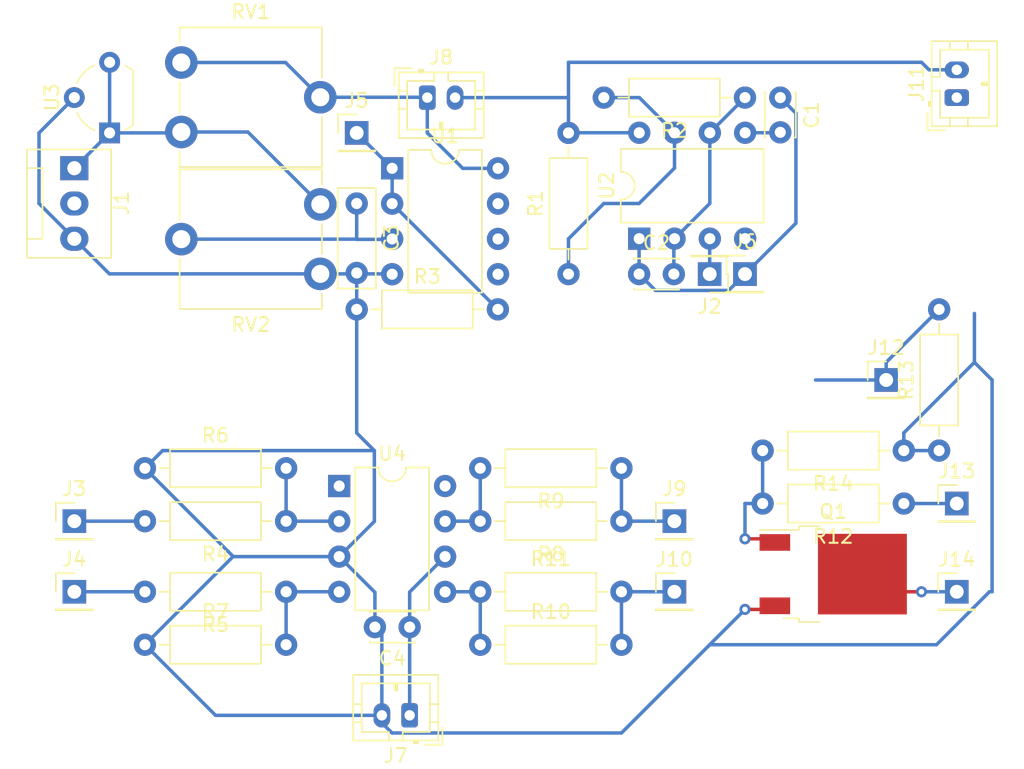
<source format=kicad_pcb>
(kicad_pcb (version 20211014) (generator pcbnew)
  (layers (0 "F.Cu" signal) (31 "B.Cu" signal) (34 "B.Paste" user) (35 "F.Paste" user) (36 "B.SilkS" user "B.Silkscreen") (37 "F.SilkS" user "F.Silkscreen") (38 "B.Mask" user) (39 "F.Mask" user) (44 "Edge.Cuts" user))
  (net 0 "")
  (net 1 "+3V3")
  (net 2 "GND")
  (net 3 "Net-(C2-Pad2)")
  (net 4 "VCC")
  (net 5 "+5V")
  (net 6 "Net-(J4-Pad1)")
  (net 7 "Net-(J5-Pad1)")
  (net 8 "Net-(J9-Pad1)")
  (net 9 "Net-(J10-Pad1)")
  (net 10 "Net-(J13-Pad1)")
  (net 11 "Net-(J14-Pad1)")
  (net 12 "Net-(Q1-Pad1)")
  (net 13 "Net-(R1-Pad1)")
  (net 14 "Net-(R4-Pad1)")
  (net 15 "Net-(R8-Pad2)")
  (net 16 "Net-(R10-Pad1)")
  (net 23 "Net-(C1-Pad2)")
  (net 24 "Net-(C3-Pad1)")
  (net 25 "Net-(J1-Pad1)")
  (net 27 "Net-(J2-Pad1)")
  (net 28 "Net-(J3-Pad1)")
  (net 29 "Net-(J11-Pad1)")
  (net 30 "Net-(R5-Pad1)")
  (footprint "Resistor_THT:R_Axial_DIN0207_L6.3mm_D2.5mm_P10.16mm_Horizontal" (layer "F.Cu") (at 99.06 69.85 180)
    (fp_text reference "R12" (at 5.08 -2.37) (layer "F.SilkS"))
    (fp_text value "470")
    (pad "1" thru_hole circle (at 0 0 180) (size 1.6 1.6) (drill 0.8) (layers *.Cu *.Mask) (net 10 "Net-(J13-Pad1)"))
    (pad "2" thru_hole oval (at 10.16 0 180) (size 1.6 1.6) (drill 0.8) (layers *.Cu *.Mask) (net 12 "Net-(Q1-Pad1)"))
  )
  (footprint "Connector_PinHeader_2.54mm:PinHeader_1x01_P2.54mm_Vertical" (layer "F.Cu") (at 82.55 71.12)
    (fp_text reference "J9" (at 0 -2.33) (layer "F.SilkS"))
    (fp_text value "Conn_FET_A")
    (pad "1" thru_hole rect (at 0 0) (size 1.7 1.7) (drill 1) (layers *.Cu *.Mask) (net 8 "Net-(J9-Pad1)"))
  )
  (footprint "Resistor_THT:R_Axial_DIN0207_L6.3mm_D2.5mm_P10.16mm_Horizontal" (layer "F.Cu") (at 78.74 71.12 180)
    (fp_text reference "R8" (at 5.08 -2.37) (layer "F.SilkS"))
    (fp_text value "10")
    (pad "1" thru_hole circle (at 0 0 180) (size 1.6 1.6) (drill 0.8) (layers *.Cu *.Mask) (net 8 "Net-(J9-Pad1)"))
    (pad "2" thru_hole oval (at 10.16 0 180) (size 1.6 1.6) (drill 0.8) (layers *.Cu *.Mask) (net 15 "Net-(R8-Pad2)"))
  )
  (footprint "Resistor_THT:R_Axial_DIN0207_L6.3mm_D2.5mm_P10.16mm_Horizontal" (layer "F.Cu") (at 74.93 53.34 90)
    (fp_text reference "R1" (at 5.08 -2.37 90) (layer "F.SilkS"))
    (fp_text value "1K")
    (pad "1" thru_hole circle (at 0 0 90) (size 1.6 1.6) (drill 0.8) (layers *.Cu *.Mask) (net 13 "Net-(R1-Pad1)"))
    (pad "2" thru_hole oval (at 10.16 0 90) (size 1.6 1.6) (drill 0.8) (layers *.Cu *.Mask) (net 5 "+5V"))
  )
  (footprint "Connector_JST:JST_PH_B2B-PH-K_1x02_P2.00mm_Vertical" (layer "F.Cu") (at 63.5 85.09 180)
    (fp_text reference "J7" (at 1 -2.9) (layer "F.SilkS"))
    (fp_text value "CONN_VCC")
    (pad "1" thru_hole roundrect (at 0 0 180) (size 1.2 1.75) (drill 0.75) (layers *.Cu *.Mask) (roundrect_rratio 0.208333) (net 4 "VCC"))
    (pad "2" thru_hole oval (at 2 0 180) (size 1.2 1.75) (drill 0.75) (layers *.Cu *.Mask) (net 2 "GND"))
  )
  (footprint "Resistor_THT:R_Axial_DIN0207_L6.3mm_D2.5mm_P10.16mm_Horizontal" (layer "F.Cu") (at 78.74 67.31 180)
    (fp_text reference "R9" (at 5.08 -2.37) (layer "F.SilkS"))
    (fp_text value "10")
    (pad "1" thru_hole circle (at 0 0 180) (size 1.6 1.6) (drill 0.8) (layers *.Cu *.Mask) (net 8 "Net-(J9-Pad1)"))
    (pad "2" thru_hole oval (at 10.16 0 180) (size 1.6 1.6) (drill 0.8) (layers *.Cu *.Mask) (net 15 "Net-(R8-Pad2)"))
  )
  (footprint "Connector_JST:JST_PH_B2B-PH-K_1x02_P2.00mm_Vertical" (layer "F.Cu") (at 64.77 40.64)
    (fp_text reference "J8" (at 1 -2.9) (layer "F.SilkS"))
    (fp_text value "CONN_V3V5")
    (pad "1" thru_hole roundrect (at 0 0) (size 1.2 1.75) (drill 0.75) (layers *.Cu *.Mask) (roundrect_rratio 0.208333) (net 1 "+3V3"))
    (pad "2" thru_hole oval (at 2 0) (size 1.2 1.75) (drill 0.75) (layers *.Cu *.Mask) (net 5 "+5V"))
  )
  (footprint "Connector_PinHeader_2.54mm:PinHeader_1x01_P2.54mm_Vertical" (layer "F.Cu") (at 102.87 69.85)
    (fp_text reference "J13" (at 0 -2.33) (layer "F.SilkS"))
    (fp_text value "REV_CTRL")
    (pad "1" thru_hole rect (at 0 0) (size 1.7 1.7) (drill 1) (layers *.Cu *.Mask) (net 10 "Net-(J13-Pad1)"))
  )
  (footprint "Connector_PinHeader_2.54mm:PinHeader_1x01_P2.54mm_Vertical" (layer "F.Cu") (at 87.63 53.34)
    (fp_text reference "J6" (at 0 -2.33) (layer "F.SilkS"))
    (fp_text value "Conn_GND")
    (pad "1" thru_hole rect (at 0 0) (size 1.7 1.7) (drill 1) (layers *.Cu *.Mask) (net 2 "GND"))
  )
  (footprint "Resistor_THT:R_Axial_DIN0207_L6.3mm_D2.5mm_P10.16mm_Horizontal" (layer "F.Cu") (at 54.61 71.12 180)
    (fp_text reference "R4" (at 5.08 -2.37) (layer "F.SilkS"))
    (fp_text value "330")
    (pad "1" thru_hole circle (at 0 0 180) (size 1.6 1.6) (drill 0.8) (layers *.Cu *.Mask) (net 14 "Net-(R4-Pad1)"))
    (pad "2" thru_hole oval (at 10.16 0 180) (size 1.6 1.6) (drill 0.8) (layers *.Cu *.Mask) (net 28 "Net-(J3-Pad1)"))
  )
  (footprint "Connector_PinHeader_2.54mm:PinHeader_1x01_P2.54mm_Vertical" (layer "F.Cu") (at 97.79 60.96)
    (fp_text reference "J12" (at 0 -2.33) (layer "F.SilkS"))
    (fp_text value "REV_SENS")
    (pad "1" thru_hole rect (at 0 0) (size 1.7 1.7) (drill 1) (layers *.Cu *.Mask) (net 29 "Net-(J11-Pad1)"))
  )
  (footprint "Connector_PinHeader_2.54mm:PinHeader_1x01_P2.54mm_Vertical" (layer "F.Cu") (at 85.09 53.34 180)
    (fp_text reference "J2" (at 0 -2.33) (layer "F.SilkS"))
    (fp_text value "GEN")
    (pad "1" thru_hole rect (at 0 0 180) (size 1.7 1.7) (drill 1) (layers *.Cu *.Mask) (net 27 "Net-(J2-Pad1)"))
  )
  (footprint "Capacitor_THT:C_Disc_D3.0mm_W2.0mm_P2.50mm" (layer "F.Cu") (at 80.01 53.34)
    (fp_text reference "C2" (at 1.25 -2.25) (layer "F.SilkS"))
    (fp_text value "6.8n")
    (pad "1" thru_hole circle (at 0 0) (size 1.6 1.6) (drill 0.8) (layers *.Cu *.Mask) (net 2 "GND"))
    (pad "2" thru_hole circle (at 2.5 0) (size 1.6 1.6) (drill 0.8) (layers *.Cu *.Mask) (net 3 "Net-(C2-Pad2)"))
  )
  (footprint "Capacitor_THT:C_Disc_D3.0mm_W2.0mm_P2.50mm" (layer "F.Cu") (at 90.17 40.64 -90)
    (fp_text reference "C1" (at 1.25 -2.25 90) (layer "F.SilkS"))
    (fp_text value "10n")
    (pad "1" thru_hole circle (at 0 0 270) (size 1.6 1.6) (drill 0.8) (layers *.Cu *.Mask) (net 2 "GND"))
    (pad "2" thru_hole circle (at 2.5 0 270) (size 1.6 1.6) (drill 0.8) (layers *.Cu *.Mask) (net 23 "Net-(C1-Pad2)"))
  )
  (footprint "Connector_PinHeader_2.54mm:PinHeader_1x01_P2.54mm_Vertical" (layer "F.Cu") (at 39.37 71.12)
    (fp_text reference "J3" (at 0 -2.33) (layer "F.SilkS"))
    (fp_text value "PWM_A")
    (pad "1" thru_hole rect (at 0 0) (size 1.7 1.7) (drill 1) (layers *.Cu *.Mask) (net 28 "Net-(J3-Pad1)"))
  )
  (footprint "Connector_JST:JST_PH_B2B-PH-K_1x02_P2.00mm_Vertical" (layer "F.Cu") (at 102.87 40.64 90)
    (fp_text reference "J11" (at 1 -2.9 90) (layer "F.SilkS"))
    (fp_text value "REV_BTN")
    (pad "1" thru_hole roundrect (at 0 0 90) (size 1.2 1.75) (drill 0.75) (layers *.Cu *.Mask) (roundrect_rratio 0.208333) (net 29 "Net-(J11-Pad1)"))
    (pad "2" thru_hole oval (at 2 0 90) (size 1.2 1.75) (drill 0.75) (layers *.Cu *.Mask) (net 5 "+5V"))
  )
  (footprint "Resistor_THT:R_Axial_DIN0207_L6.3mm_D2.5mm_P10.16mm_Horizontal" (layer "F.Cu") (at 54.61 76.2 180)
    (fp_text reference "R5" (at 5.08 -2.37) (layer "F.SilkS"))
    (fp_text value "330")
    (pad "1" thru_hole circle (at 0 0 180) (size 1.6 1.6) (drill 0.8) (layers *.Cu *.Mask) (net 30 "Net-(R5-Pad1)"))
    (pad "2" thru_hole oval (at 10.16 0 180) (size 1.6 1.6) (drill 0.8) (layers *.Cu *.Mask) (net 6 "Net-(J4-Pad1)"))
  )
  (footprint "Package_TO_SOT_SMD:TO-252-2" (layer "F.Cu") (at 93.98 74.93)
    (fp_text reference "Q1" (at 0 -4.5) (layer "F.SilkS"))
    (fp_text value "IPD50R380CE")
    (pad "1" smd rect (at -4.2 -2.28) (size 2.2 1.2) (layers "F.Cu" "F.Paste" "F.Mask") (net 12 "Net-(Q1-Pad1)"))
    (pad "2" smd rect (at 2.1 0) (size 6.4 5.8) (layers "F.Cu" "F.Mask") (net 11 "Net-(J14-Pad1)"))
    (pad "3" smd rect (at -4.2 2.28) (size 2.2 1.2) (layers "F.Cu" "F.Paste" "F.Mask") (net 2 "GND"))
  )
  (footprint "Package_TO_SOT_THT:TO-92L_Wide" (layer "F.Cu") (at 41.91 43.18 90)
    (fp_text reference "U3" (at 2.55 -4.15 90) (layer "F.SilkS"))
    (fp_text value "TL431LP")
    (pad "1" thru_hole rect (at 0 0 90) (size 1.5 1.5) (drill 0.8) (layers *.Cu *.Mask) (net 25 "Net-(J1-Pad1)"))
    (pad "2" thru_hole circle (at 2.54 -2.54 90) (size 1.5 1.5) (drill 0.8) (layers *.Cu *.Mask) (net 2 "GND"))
    (pad "3" thru_hole circle (at 5.08 0 90) (size 1.5 1.5) (drill 0.8) (layers *.Cu *.Mask) (net 25 "Net-(J1-Pad1)"))
  )
  (footprint "Resistor_THT:R_Axial_DIN0207_L6.3mm_D2.5mm_P10.16mm_Horizontal" (layer "F.Cu") (at 44.45 80.01)
    (fp_text reference "R7" (at 5.08 -2.37) (layer "F.SilkS"))
    (fp_text value "10K")
    (pad "1" thru_hole circle (at 0 0) (size 1.6 1.6) (drill 0.8) (layers *.Cu *.Mask) (net 2 "GND"))
    (pad "2" thru_hole oval (at 10.16 0) (size 1.6 1.6) (drill 0.8) (layers *.Cu *.Mask) (net 30 "Net-(R5-Pad1)"))
  )
  (footprint "Resistor_THT:R_Axial_DIN0207_L6.3mm_D2.5mm_P10.16mm_Horizontal" (layer "F.Cu") (at 101.6 66.04 90)
    (fp_text reference "R13" (at 5.08 -2.37 90) (layer "F.SilkS"))
    (fp_text value "10K")
    (pad "1" thru_hole circle (at 0 0 90) (size 1.6 1.6) (drill 0.8) (layers *.Cu *.Mask) (net 2 "GND"))
    (pad "2" thru_hole oval (at 10.16 0 90) (size 1.6 1.6) (drill 0.8) (layers *.Cu *.Mask) (net 29 "Net-(J11-Pad1)"))
  )
  (footprint "Capacitor_THT:C_Disc_D7.0mm_W2.5mm_P5.00mm" (layer "F.Cu") (at 59.69 48.26 -90)
    (fp_text reference "C3" (at 2.5 -2.5 -90) (layer "F.SilkS"))
    (fp_text value "4.7u")
    (pad "1" thru_hole circle (at 0 0 270) (size 1.6 1.6) (drill 0.8) (layers *.Cu *.Mask) (net 24 "Net-(C3-Pad1)"))
    (pad "2" thru_hole circle (at 5 0 270) (size 1.6 1.6) (drill 0.8) (layers *.Cu *.Mask) (net 2 "GND"))
  )
  (footprint "Resistor_THT:R_Axial_DIN0207_L6.3mm_D2.5mm_P10.16mm_Horizontal" (layer "F.Cu") (at 68.58 80.01)
    (fp_text reference "R10" (at 5.08 -2.37) (layer "F.SilkS"))
    (fp_text value "10")
    (pad "1" thru_hole circle (at 0 0) (size 1.6 1.6) (drill 0.8) (layers *.Cu *.Mask) (net 16 "Net-(R10-Pad1)"))
    (pad "2" thru_hole oval (at 10.16 0) (size 1.6 1.6) (drill 0.8) (layers *.Cu *.Mask) (net 9 "Net-(J10-Pad1)"))
  )
  (footprint "Package_DIP:DIP-8_W7.62mm" (layer "F.Cu") (at 62.24 45.73)
    (fp_text reference "U1" (at 3.81 -2.33) (layer "F.SilkS"))
    (fp_text value "LM358")
    (pad "1" thru_hole rect (at 0 0) (size 1.6 1.6) (drill 0.8) (layers *.Cu *.Mask) (net 7 "Net-(J5-Pad1)"))
    (pad "2" thru_hole oval (at 0 2.54) (size 1.6 1.6) (drill 0.8) (layers *.Cu *.Mask) (net 7 "Net-(J5-Pad1)"))
    (pad "3" thru_hole oval (at 0 5.08) (size 1.6 1.6) (drill 0.8) (layers *.Cu *.Mask) (net 24 "Net-(C3-Pad1)"))
    (pad "4" thru_hole oval (at 0 7.62) (size 1.6 1.6) (drill 0.8) (layers *.Cu *.Mask) (net 2 "GND"))
    (pad "5" thru_hole oval (at 7.62 7.62) (size 1.6 1.6) (drill 0.8) (layers *.Cu *.Mask))
    (pad "6" thru_hole oval (at 7.62 5.08) (size 1.6 1.6) (drill 0.8) (layers *.Cu *.Mask))
    (pad "7" thru_hole oval (at 7.62 2.54) (size 1.6 1.6) (drill 0.8) (layers *.Cu *.Mask))
    (pad "8" thru_hole oval (at 7.62 0) (size 1.6 1.6) (drill 0.8) (layers *.Cu *.Mask) (net 1 "+3V3"))
  )
  (footprint "Resistor_THT:R_Axial_DIN0207_L6.3mm_D2.5mm_P10.16mm_Horizontal" (layer "F.Cu") (at 99.06 66.04 180)
    (fp_text reference "R14" (at 5.08 -2.37) (layer "F.SilkS"))
    (fp_text value "10K")
    (pad "1" thru_hole circle (at 0 0 180) (size 1.6 1.6) (drill 0.8) (layers *.Cu *.Mask) (net 2 "GND"))
    (pad "2" thru_hole oval (at 10.16 0 180) (size 1.6 1.6) (drill 0.8) (layers *.Cu *.Mask) (net 12 "Net-(Q1-Pad1)"))
  )
  (footprint "Resistor_THT:R_Axial_DIN0207_L6.3mm_D2.5mm_P10.16mm_Horizontal" (layer "F.Cu") (at 59.69 55.88)
    (fp_text reference "R3" (at 5.08 -2.37) (layer "F.SilkS"))
    (fp_text value "1K")
    (pad "1" thru_hole circle (at 0 0) (size 1.6 1.6) (drill 0.8) (layers *.Cu *.Mask) (net 2 "GND"))
    (pad "2" thru_hole oval (at 10.16 0) (size 1.6 1.6) (drill 0.8) (layers *.Cu *.Mask) (net 7 "Net-(J5-Pad1)"))
  )
  (footprint "Connector_PinHeader_2.54mm:PinHeader_1x01_P2.54mm_Vertical" (layer "F.Cu") (at 59.69 43.18)
    (fp_text reference "J5" (at 0 -2.33) (layer "F.SilkS"))
    (fp_text value "ACCEL_SENS")
    (pad "1" thru_hole rect (at 0 0) (size 1.7 1.7) (drill 1) (layers *.Cu *.Mask) (net 7 "Net-(J5-Pad1)"))
  )
  (footprint "Potentiometer_THT:Potentiometer_ACP_CA9-V10_Vertical" (layer "F.Cu") (at 47.07 43.115)
    (fp_text reference "RV1" (at 5 -8.65) (layer "F.SilkS"))
    (fp_text value "5K")
    (pad "1" thru_hole circle (at 0 0) (size 2.34 2.34) (drill 1.3) (layers *.Cu *.Mask) (net 25 "Net-(J1-Pad1)"))
    (pad "2" thru_hole circle (at 10 -2.5) (size 2.34 2.34) (drill 1.3) (layers *.Cu *.Mask) (net 1 "+3V3"))
    (pad "3" thru_hole circle (at 0 -5) (size 2.34 2.34) (drill 1.3) (layers *.Cu *.Mask) (net 1 "+3V3"))
  )
  (footprint "Connector_PinHeader_2.54mm:PinHeader_1x01_P2.54mm_Vertical" (layer "F.Cu") (at 39.37 76.2)
    (fp_text reference "J4" (at 0 -2.33) (layer "F.SilkS"))
    (fp_text value "PWM_B")
    (pad "1" thru_hole rect (at 0 0) (size 1.7 1.7) (drill 1) (layers *.Cu *.Mask) (net 6 "Net-(J4-Pad1)"))
  )
  (footprint "Package_DIP:DIP-8_W7.62mm" (layer "F.Cu") (at 80.02 50.79 90)
    (fp_text reference "U2" (at 3.81 -2.33 90) (layer "F.SilkS"))
    (fp_text value "NE555P")
    (pad "1" thru_hole rect (at 0 0 90) (size 1.6 1.6) (drill 0.8) (layers *.Cu *.Mask) (net 2 "GND"))
    (pad "2" thru_hole oval (at 0 2.54 90) (size 1.6 1.6) (drill 0.8) (layers *.Cu *.Mask) (net 3 "Net-(C2-Pad2)"))
    (pad "3" thru_hole oval (at 0 5.08 90) (size 1.6 1.6) (drill 0.8) (layers *.Cu *.Mask) (net 27 "Net-(J2-Pad1)"))
    (pad "4" thru_hole oval (at 0 7.62 90) (size 1.6 1.6) (drill 0.8) (layers *.Cu *.Mask))
    (pad "5" thru_hole oval (at 7.62 7.62 90) (size 1.6 1.6) (drill 0.8) (layers *.Cu *.Mask) (net 23 "Net-(C1-Pad2)"))
    (pad "6" thru_hole oval (at 7.62 5.08 90) (size 1.6 1.6) (drill 0.8) (layers *.Cu *.Mask) (net 3 "Net-(C2-Pad2)"))
    (pad "7" thru_hole oval (at 7.62 2.54 90) (size 1.6 1.6) (drill 0.8) (layers *.Cu *.Mask) (net 13 "Net-(R1-Pad1)"))
    (pad "8" thru_hole oval (at 7.62 0 90) (size 1.6 1.6) (drill 0.8) (layers *.Cu *.Mask) (net 5 "+5V"))
  )
  (footprint "Connector_PinHeader_2.54mm:PinHeader_1x01_P2.54mm_Vertical" (layer "F.Cu") (at 102.87 76.2)
    (fp_text reference "J14" (at 0 -2.33) (layer "F.SilkS"))
    (fp_text value "REV_ACT")
    (pad "1" thru_hole rect (at 0 0) (size 1.7 1.7) (drill 1) (layers *.Cu *.Mask) (net 11 "Net-(J14-Pad1)"))
  )
  (footprint "Resistor_THT:R_Axial_DIN0207_L6.3mm_D2.5mm_P10.16mm_Horizontal" (layer "F.Cu") (at 68.58 76.2)
    (fp_text reference "R11" (at 5.08 -2.37) (layer "F.SilkS"))
    (fp_text value "10")
    (pad "1" thru_hole circle (at 0 0) (size 1.6 1.6) (drill 0.8) (layers *.Cu *.Mask) (net 16 "Net-(R10-Pad1)"))
    (pad "2" thru_hole oval (at 10.16 0) (size 1.6 1.6) (drill 0.8) (layers *.Cu *.Mask) (net 9 "Net-(J10-Pad1)"))
  )
  (footprint "Capacitor_THT:C_Disc_D3.0mm_W2.0mm_P2.50mm" (layer "F.Cu") (at 63.5 78.74 180)
    (fp_text reference "C4" (at 1.25 -2.25) (layer "F.SilkS"))
    (fp_text value "1u")
    (pad "1" thru_hole circle (at 0 0 180) (size 1.6 1.6) (drill 0.8) (layers *.Cu *.Mask) (net 4 "VCC"))
    (pad "2" thru_hole circle (at 2.5 0 180) (size 1.6 1.6) (drill 0.8) (layers *.Cu *.Mask) (net 2 "GND"))
  )
  (footprint "Package_DIP:DIP-8_W7.62mm" (layer "F.Cu") (at 58.43 68.59)
    (fp_text reference "U4" (at 3.81 -2.33) (layer "F.SilkS"))
    (fp_text value "MIC4427")
    (pad "1" thru_hole rect (at 0 0) (size 1.6 1.6) (drill 0.8) (layers *.Cu *.Mask))
    (pad "2" thru_hole oval (at 0 2.54) (size 1.6 1.6) (drill 0.8) (layers *.Cu *.Mask) (net 14 "Net-(R4-Pad1)"))
    (pad "3" thru_hole oval (at 0 5.08) (size 1.6 1.6) (drill 0.8) (layers *.Cu *.Mask) (net 2 "GND"))
    (pad "4" thru_hole oval (at 0 7.62) (size 1.6 1.6) (drill 0.8) (layers *.Cu *.Mask) (net 30 "Net-(R5-Pad1)"))
    (pad "5" thru_hole oval (at 7.62 7.62) (size 1.6 1.6) (drill 0.8) (layers *.Cu *.Mask) (net 16 "Net-(R10-Pad1)"))
    (pad "6" thru_hole oval (at 7.62 5.08) (size 1.6 1.6) (drill 0.8) (layers *.Cu *.Mask) (net 4 "VCC"))
    (pad "7" thru_hole oval (at 7.62 2.54) (size 1.6 1.6) (drill 0.8) (layers *.Cu *.Mask) (net 15 "Net-(R8-Pad2)"))
    (pad "8" thru_hole oval (at 7.62 0) (size 1.6 1.6) (drill 0.8) (layers *.Cu *.Mask))
  )
  (footprint "Connector:FanPinHeader_1x03_P2.54mm_Vertical" (layer "F.Cu") (at 39.37 45.72 -90)
    (fp_text reference "J1" (at 2.5 -3.4 90) (layer "F.SilkS"))
    (fp_text value "ACCEL_CTRL")
    (pad "1" thru_hole rect (at 0 0) (size 2.03 1.73) (drill 1.02) (layers *.Cu *.Mask) (net 25 "Net-(J1-Pad1)"))
    (pad "2" thru_hole oval (at 2.54 0) (size 2.03 1.73) (drill 1.02) (layers *.Cu *.Mask))
    (pad "3" thru_hole oval (at 5.08 0) (size 2.03 1.73) (drill 1.02) (layers *.Cu *.Mask) (net 2 "GND"))
  )
  (footprint "Connector_PinHeader_2.54mm:PinHeader_1x01_P2.54mm_Vertical" (layer "F.Cu") (at 82.55 76.2)
    (fp_text reference "J10" (at 0 -2.33) (layer "F.SilkS"))
    (fp_text value "Conn_FET_B")
    (pad "1" thru_hole rect (at 0 0) (size 1.7 1.7) (drill 1) (layers *.Cu *.Mask) (net 9 "Net-(J10-Pad1)"))
  )
  (footprint "Resistor_THT:R_Axial_DIN0207_L6.3mm_D2.5mm_P10.16mm_Horizontal" (layer "F.Cu") (at 87.63 40.64 180)
    (fp_text reference "R2" (at 5.08 -2.37) (layer "F.SilkS"))
    (fp_text value "1K")
    (pad "1" thru_hole circle (at 0 0 180) (size 1.6 1.6) (drill 0.8) (layers *.Cu *.Mask) (net 3 "Net-(C2-Pad2)"))
    (pad "2" thru_hole oval (at 10.16 0 180) (size 1.6 1.6) (drill 0.8) (layers *.Cu *.Mask) (net 13 "Net-(R1-Pad1)"))
  )
  (footprint "Resistor_THT:R_Axial_DIN0207_L6.3mm_D2.5mm_P10.16mm_Horizontal" (layer "F.Cu") (at 44.45 67.31)
    (fp_text reference "R6" (at 5.08 -2.37) (layer "F.SilkS"))
    (fp_text value "10K")
    (pad "1" thru_hole circle (at 0 0) (size 1.6 1.6) (drill 0.8) (layers *.Cu *.Mask) (net 2 "GND"))
    (pad "2" thru_hole oval (at 10.16 0) (size 1.6 1.6) (drill 0.8) (layers *.Cu *.Mask) (net 14 "Net-(R4-Pad1)"))
  )
  (footprint "Potentiometer_THT:Potentiometer_ACP_CA9-V10_Vertical" (layer "F.Cu") (at 57.07 48.325 180)
    (fp_text reference "RV2" (at 5 -8.65) (layer "F.SilkS"))
    (fp_text value "20K")
    (pad "1" thru_hole circle (at 0 0 180) (size 2.34 2.34) (drill 1.3) (layers *.Cu *.Mask) (net 25 "Net-(J1-Pad1)"))
    (pad "2" thru_hole circle (at 10 -2.5 180) (size 2.34 2.34) (drill 1.3) (layers *.Cu *.Mask) (net 24 "Net-(C3-Pad1)"))
    (pad "3" thru_hole circle (at 0 -5 180) (size 2.34 2.34) (drill 1.3) (layers *.Cu *.Mask) (net 2 "GND"))
  )
  (segment (start 64.77 40.64) (end 64.77 43.18) (width 0.25) (layer "B.Cu") (net 1))
  (segment (start 64.77 40.64) (end 64.745 40.615) (width 0.25) (layer "B.Cu") (net 1))
  (segment (start 67.32 45.73) (end 69.86 45.73) (width 0.25) (layer "B.Cu") (net 1))
  (segment (start 47.07 38.115) (end 54.57 38.115) (width 0.25) (layer "B.Cu") (net 1))
  (segment (start 54.57 38.115) (end 57.07 40.615) (width 0.25) (layer "B.Cu") (net 1))
  (segment (start 64.77 43.18) (end 67.32 45.73) (width 0.25) (layer "B.Cu") (net 1))
  (segment (start 64.745 40.615) (end 57.07 40.615) (width 0.25) (layer "B.Cu") (net 1))
  (segment (start 87.63 77.47) (end 89.52 77.47) (width 0.25) (layer "F.Cu") (net 2))
  (via (at 87.63 77.47) (size 0.8) (drill 0.4) (layers "F.Cu" "B.Cu") (net 2))
  (segment (start 39.37 50.8) (end 41.895 53.325) (width 0.25) (layer "B.Cu") (net 2))
  (segment (start 59.69 64.77) (end 59.69 55.88) (width 0.25) (layer "B.Cu") (net 2))
  (segment (start 41.895 53.325) (end 57.07 53.325) (width 0.25) (layer "B.Cu") (net 2))
  (segment (start 101.6 66.04) (end 99.06 66.04) (width 0.25) (layer "B.Cu") (net 2))
  (segment (start 61.5 85.63) (end 62.23 86.36) (width 0.25) (layer "B.Cu") (net 2))
  (segment (start 105.41 60.96) (end 104.14 59.69) (width 0.25) (layer "B.Cu") (net 2))
  (segment (start 105.41 76.2) (end 105.41 60.96) (width 0.25) (layer "B.Cu") (net 2))
  (segment (start 91.295 41.765) (end 90.17 40.64) (width 0.25) (layer "B.Cu") (net 2))
  (segment (start 80.01 53.34) (end 81.185 54.515) (width 0.25) (layer "B.Cu") (net 2))
  (segment (start 59.69 55.88) (end 59.69 53.26) (width 0.25) (layer "B.Cu") (net 2))
  (segment (start 101.41 80.01) (end 105.22 76.2) (width 0.25) (layer "B.Cu") (net 2))
  (segment (start 58.43 73.67) (end 61 76.24) (width 0.25) (layer "B.Cu") (net 2))
  (segment (start 44.45 67.31) (end 45.72 66.04) (width 0.25) (layer "B.Cu") (net 2))
  (segment (start 62.215 53.325) (end 62.24 53.35) (width 0.25) (layer "B.Cu") (net 2))
  (segment (start 36.83 48.26) (end 36.83 43.18) (width 0.25) (layer "B.Cu") (net 2))
  (segment (start 60.96 71.14) (end 58.43 73.67) (width 0.25) (layer "B.Cu") (net 2))
  (segment (start 36.83 43.18) (end 39.37 40.64) (width 0.25) (layer "B.Cu") (net 2))
  (segment (start 45.72 66.04) (end 60.96 66.04) (width 0.25) (layer "B.Cu") (net 2))
  (segment (start 81.185 54.515) (end 86.455 54.515) (width 0.25) (layer "B.Cu") (net 2))
  (segment (start 44.45 80.01) (end 49.53 85.09) (width 0.25) (layer "B.Cu") (net 2))
  (segment (start 50.79 73.67) (end 44.45 80.01) (width 0.25) (layer "B.Cu") (net 2))
  (segment (start 80.01 53.34) (end 80.01 50.8) (width 0.25) (layer "B.Cu") (net 2))
  (segment (start 44.45 67.31) (end 50.8 73.66) (width 0.25) (layer "B.Cu") (net 2))
  (segment (start 104.14 59.69) (end 104.14 56.171398) (width 0.25) (layer "B.Cu") (net 2))
  (segment (start 61 76.24) (end 61 78.74) (width 0.25) (layer "B.Cu") (net 2))
  (segment (start 59.675 53.325) (end 62.215 53.325) (width 0.25) (layer "B.Cu") (net 2))
  (segment (start 99.06 66.04) (end 99.06 64.77) (width 0.25) (layer "B.Cu") (net 2))
  (segment (start 57.07 53.325) (end 59.675 53.325) (width 0.25) (layer "B.Cu") (net 2))
  (segment (start 39.37 50.8) (end 36.83 48.26) (width 0.25) (layer "B.Cu") (net 2))
  (segment (start 99.06 64.77) (end 104.14 59.69) (width 0.25) (layer "B.Cu") (net 2))
  (segment (start 86.455 54.515) (end 87.63 53.34) (width 0.25) (layer "B.Cu") (net 2))
  (segment (start 60.96 66.04) (end 59.69 64.77) (width 0.25) (layer "B.Cu") (net 2))
  (segment (start 61.5 79.24) (end 61 78.74) (width 0.25) (layer "B.Cu") (net 2))
  (segment (start 85.09 80.01) (end 101.41 80.01) (width 0.25) (layer "B.Cu") (net 2))
  (segment (start 59.675 53.325) (end 59.69 53.34) (width 0.25) (layer "B.Cu") (net 2))
  (segment (start 61.5 85.09) (end 61.5 79.24) (width 0.25) (layer "B.Cu") (net 2))
  (segment (start 49.53 85.09) (end 61.5 85.09) (width 0.25) (layer "B.Cu") (net 2))
  (segment (start 91.295 49.675) (end 91.295 41.765) (width 0.25) (layer "B.Cu") (net 2))
  (segment (start 58.43 73.67) (end 50.79 73.67) (width 0.25) (layer "B.Cu") (net 2))
  (segment (start 80.01 50.8) (end 80.02 50.79) (width 0.25) (layer "B.Cu") (net 2))
  (segment (start 60.96 66.04) (end 60.96 71.14) (width 0.25) (layer "B.Cu") (net 2))
  (segment (start 87.63 53.34) (end 91.295 49.675) (width 0.25) (layer "B.Cu") (net 2))
  (segment (start 78.74 86.36) (end 85.09 80.01) (width 0.25) (layer "B.Cu") (net 2))
  (segment (start 85.09 80.01) (end 87.63 77.47) (width 0.25) (layer "B.Cu") (net 2))
  (segment (start 62.23 86.36) (end 78.74 86.36) (width 0.25) (layer "B.Cu") (net 2))
  (segment (start 105.22 76.2) (end 105.41 76.2) (width 0.25) (layer "B.Cu") (net 2))
  (segment (start 85.1 48.25) (end 82.56 50.79) (width 0.25) (layer "B.Cu") (net 3))
  (segment (start 82.51 53.34) (end 82.51 50.84) (width 0.25) (layer "B.Cu") (net 3))
  (segment (start 85.1 43.17) (end 87.63 40.64) (width 0.25) (layer "B.Cu") (net 3))
  (segment (start 82.51 50.84) (end 82.56 50.79) (width 0.25) (layer "B.Cu") (net 3))
  (segment (start 85.1 43.17) (end 85.1 48.25) (width 0.25) (layer "B.Cu") (net 3))
  (segment (start 63.5 85.09) (end 63.5 78.74) (width 0.25) (layer "B.Cu") (net 4))
  (segment (start 63.5 78.74) (end 63.5 76.22) (width 0.25) (layer "B.Cu") (net 4))
  (segment (start 63.5 76.22) (end 66.05 73.67) (width 0.25) (layer "B.Cu") (net 4))
  (segment (start 74.93 38.1) (end 100.33 38.1) (width 0.25) (layer "B.Cu") (net 5))
  (segment (start 100.33 38.1) (end 100.87 38.64) (width 0.25) (layer "B.Cu") (net 5))
  (segment (start 80.02 43.17) (end 74.94 43.17) (width 0.25) (layer "B.Cu") (net 5))
  (segment (start 74.93 40.64) (end 74.93 38.1) (width 0.25) (layer "B.Cu") (net 5))
  (segment (start 100.87 38.64) (end 102.87 38.64) (width 0.25) (layer "B.Cu") (net 5))
  (segment (start 74.93 40.64) (end 66.77 40.64) (width 0.25) (layer "B.Cu") (net 5))
  (segment (start 74.94 43.17) (end 74.93 43.18) (width 0.25) (layer "B.Cu") (net 5))
  (segment (start 74.93 43.18) (end 74.93 40.64) (width 0.25) (layer "B.Cu") (net 5))
  (segment (start 39.37 76.2) (end 44.45 76.2) (width 0.25) (layer "B.Cu") (net 6))
  (segment (start 62.24 45.73) (end 59.69 43.18) (width 0.25) (layer "B.Cu") (net 7))
  (segment (start 62.24 45.73) (end 62.24 48.27) (width 0.25) (layer "B.Cu") (net 7))
  (segment (start 62.24 48.27) (end 69.85 55.88) (width 0.25) (layer "B.Cu") (net 7))
  (segment (start 82.55 71.12) (end 78.74 71.12) (width 0.25) (layer "B.Cu") (net 8))
  (segment (start 78.74 71.12) (end 78.74 67.31) (width 0.25) (layer "B.Cu") (net 8))
  (segment (start 78.74 76.2) (end 78.74 80.01) (width 0.25) (layer "B.Cu") (net 9))
  (segment (start 82.55 76.2) (end 78.74 76.2) (width 0.25) (layer "B.Cu") (net 9))
  (segment (start 99.06 69.85) (end 102.87 69.85) (width 0.25) (layer "B.Cu") (net 10))
  (segment (start 100.33 76.2) (end 97.35 76.2) (width 0.25) (layer "F.Cu") (net 11))
  (via (at 100.33 76.2) (size 0.8) (drill 0.4) (layers "F.Cu" "B.Cu") (net 11))
  (segment (start 100.33 76.2) (end 102.87 76.2) (width 0.25) (layer "B.Cu") (net 11))
  (segment (start 87.63 72.39) (end 89.52 72.39) (width 0.25) (layer "F.Cu") (net 12))
  (via (at 87.63 72.39) (size 0.8) (drill 0.4) (layers "F.Cu" "B.Cu") (net 12))
  (segment (start 87.63 72.39) (end 87.63 69.85) (width 0.25) (layer "B.Cu") (net 12))
  (segment (start 88.9 66.04) (end 88.9 69.85) (width 0.25) (layer "B.Cu") (net 12))
  (segment (start 87.63 69.85) (end 88.9 69.85) (width 0.25) (layer "B.Cu") (net 12))
  (segment (start 74.93 50.8) (end 74.93 53.34) (width 0.25) (layer "B.Cu") (net 13))
  (segment (start 77.47 48.26) (end 74.93 50.8) (width 0.25) (layer "B.Cu") (net 13))
  (segment (start 80.01 48.26) (end 77.47 48.26) (width 0.25) (layer "B.Cu") (net 13))
  (segment (start 82.56 45.71) (end 80.01 48.26) (width 0.25) (layer "B.Cu") (net 13))
  (segment (start 82.56 43.17) (end 82.56 45.71) (width 0.25) (layer "B.Cu") (net 13))
  (segment (start 77.47 40.64) (end 80.03 40.64) (width 0.25) (layer "B.Cu") (net 13))
  (segment (start 80.03 40.64) (end 82.56 43.17) (width 0.25) (layer "B.Cu") (net 13))
  (segment (start 54.61 71.12) (end 58.42 71.12) (width 0.25) (layer "B.Cu") (net 14))
  (segment (start 54.61 67.31) (end 54.61 71.12) (width 0.25) (layer "B.Cu") (net 14))
  (segment (start 68.58 71.12) (end 66.06 71.12) (width 0.25) (layer "B.Cu") (net 15))
  (segment (start 68.58 67.31) (end 68.58 71.12) (width 0.25) (layer "B.Cu") (net 15))
  (segment (start 68.58 76.2) (end 66.06 76.2) (width 0.25) (layer "B.Cu") (net 16))
  (segment (start 68.58 76.2) (end 68.58 80.01) (width 0.25) (layer "B.Cu") (net 16))
  (segment (start 87.64 43.17) (end 90.14 43.17) (width 0.25) (layer "B.Cu") (net 23))
  (segment (start 90.14 43.17) (end 90.17 43.14) (width 0.25) (layer "B.Cu") (net 23))
  (segment (start 59.69 50.84) (end 59.69 48.26) (width 0.25) (layer "B.Cu") (net 24))
  (segment (start 59.69 50.84) (end 62.21 50.84) (width 0.25) (layer "B.Cu") (net 24))
  (segment (start 47.07 50.825) (end 59.675 50.825) (width 0.25) (layer "B.Cu") (net 24))
  (segment (start 62.21 50.84) (end 62.24 50.81) (width 0.25) (layer "B.Cu") (net 24))
  (segment (start 59.675 50.825) (end 59.69 50.84) (width 0.25) (layer "B.Cu") (net 24))
  (segment (start 51.86 43.115) (end 57.07 48.325) (width 0.25) (layer "B.Cu") (net 25))
  (segment (start 41.91 43.18) (end 47.005 43.18) (width 0.25) (layer "B.Cu") (net 25))
  (segment (start 41.91 43.18) (end 39.37 45.72) (width 0.25) (layer "B.Cu") (net 25))
  (segment (start 47.07 43.115) (end 51.86 43.115) (width 0.25) (layer "B.Cu") (net 25))
  (segment (start 47.005 43.18) (end 47.07 43.115) (width 0.25) (layer "B.Cu") (net 25))
  (segment (start 41.91 38.1) (end 41.91 43.18) (width 0.25) (layer "B.Cu") (net 25))
  (segment (start 85.09 50.8) (end 85.1 50.79) (width 0.25) (layer "B.Cu") (net 27))
  (segment (start 85.09 53.34) (end 85.09 50.8) (width 0.25) (layer "B.Cu") (net 27))
  (segment (start 44.45 71.12) (end 39.37 71.12) (width 0.25) (layer "B.Cu") (net 28))
  (segment (start 97.79 59.69) (end 101.6 55.88) (width 0.25) (layer "B.Cu") (net 29))
  (segment (start 92.71 60.96) (end 97.79 60.96) (width 0.25) (layer "B.Cu") (net 29))
  (segment (start 97.79 60.96) (end 97.79 59.69) (width 0.25) (layer "B.Cu") (net 29))
  (segment (start 54.61 76.2) (end 58.42 76.2) (width 0.25) (layer "B.Cu") (net 30))
  (segment (start 54.61 80.01) (end 54.61 76.2) (width 0.25) (layer "B.Cu") (net 30))
)
</source>
